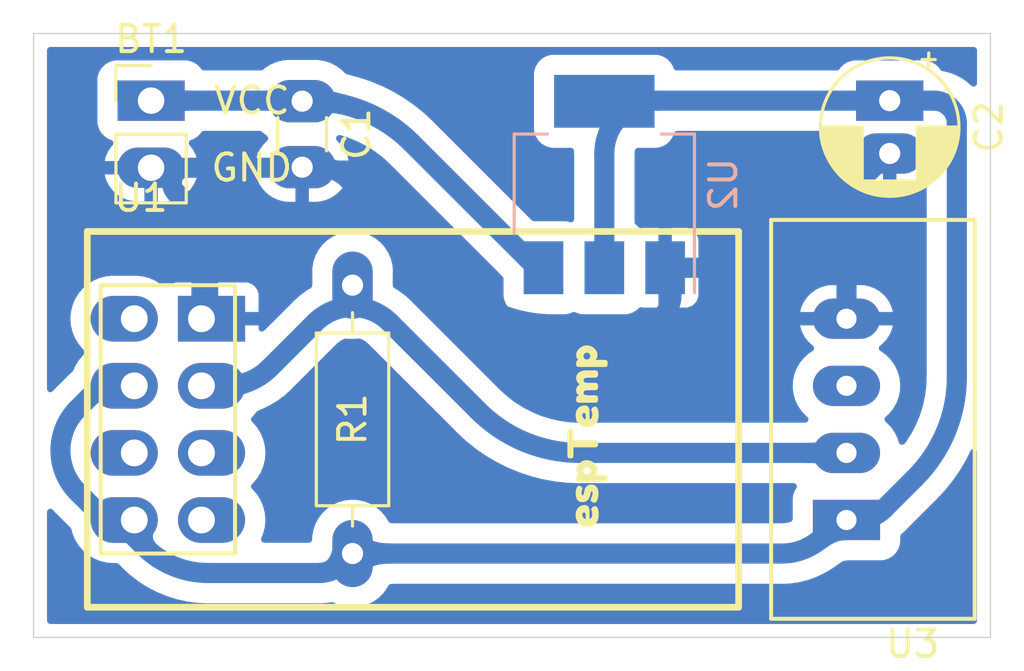
<source format=kicad_pcb>
(kicad_pcb (version 20211014) (generator pcbnew)
  (layers (0 "F.Cu" signal) (31 "B.Cu" signal) (34 "B.Paste" user) (35 "F.Paste" user) (36 "B.SilkS" user "B.Silkscreen") (37 "F.SilkS" user "F.Silkscreen") (38 "B.Mask" user) (39 "F.Mask" user) (44 "Edge.Cuts" user))
  (net 0 "")
  (net 1 "GND")
  (net 2 "+3V3")
  (net 7 "TempSignal")
  (net 9 "Net-(BT1-Pad1)")
  (footprint "My_Misc:R_Axial_DIN0207_L6.3mm_D2.5mm_P10.16mm_Horizontal_larger_pads" (layer "F.Cu") (at 146.05 93.98 90)
    (fp_text reference "R1" (at 5.08 0 90) (layer "F.SilkS"))
    (fp_text value "4.7k" hide)
    (fp_line (start 1.04 0) (end 1.81 0) (layer "F.SilkS") (width 0.12))
    (fp_line (start 8.35 1.37) (end 8.35 -1.37) (layer "F.SilkS") (width 0.12))
    (fp_line (start 9.12 0) (end 8.35 0) (layer "F.SilkS") (width 0.12))
    (fp_line (start 1.81 1.37) (end 8.35 1.37) (layer "F.SilkS") (width 0.12))
    (fp_line (start 1.81 -1.37) (end 1.81 1.37) (layer "F.SilkS") (width 0.12))
    (fp_line (start 8.35 -1.37) (end 1.81 -1.37) (layer "F.SilkS") (width 0.12))
    (pad "1" thru_hole oval (at 0 0 90) (size 2.54 1.524) (drill 0.8) (layers *.Cu *.Mask) (net 2 "+3V3"))
    (pad "2" thru_hole oval (at 10.16 0 90) (size 2.54 1.524) (drill 0.8) (layers *.Cu *.Mask) (net 7 "TempSignal"))
  )
  (footprint "My_Arduino:ESP-01_w_pin_socket_large" (layer "F.Cu") (at 137.795 85.09)
    (fp_text reference "U1" (at 0.254 -4.572) (layer "F.SilkS"))
    (fp_text value "ESP-01")
    (fp_line (start -1.778 10.922) (end -1.778 -3.302) (layer "F.SilkS") (width 0.254))
    (fp_line (start 22.86 10.922) (end -1.778 10.922) (layer "F.SilkS") (width 0.254))
    (fp_line (start 3.81 8.89) (end 3.81 -1.27) (layer "F.SilkS") (width 0.1524))
    (fp_line (start -1.778 -3.302) (end 22.86 -3.302) (layer "F.SilkS") (width 0.254))
    (fp_line (start -1.27 8.89) (end 3.81 8.89) (layer "F.SilkS") (width 0.1524))
    (fp_line (start -1.27 1.27) (end -1.27 8.89) (layer "F.SilkS") (width 0.1524))
    (fp_line (start 1.27 -1.27) (end -1.27 -1.27) (layer "F.SilkS") (width 0.1524))
    (fp_line (start 22.86 -3.302) (end 22.86 10.922) (layer "F.SilkS") (width 0.254))
    (fp_line (start -1.27 -1.27) (end -1.27 1.27) (layer "F.SilkS") (width 0.1524))
    (fp_line (start 3.81 -1.27) (end 1.27 -1.27) (layer "F.SilkS") (width 0.1524))
    (pad "1" thru_hole rect (at 2.54 0) (size 2.54 1.7272) (drill 1.016 (offset 0.381 0)) (layers *.Cu *.Mask) (net 1 "GND"))
    (pad "2" thru_hole oval (at 0 0) (size 2.54 1.7272) (drill 1.016 (offset -0.381 0)) (layers *.Cu *.Mask))
    (pad "3" thru_hole oval (at 2.54 2.54) (size 2.54 1.7272) (drill 1.016 (offset 0.381 0)) (layers *.Cu *.Mask) (net 7 "TempSignal"))
    (pad "4" thru_hole oval (at 0 2.54) (size 2.54 1.7272) (drill 1.016 (offset -0.381 0)) (layers *.Cu *.Mask) (net 2 "+3V3"))
    (pad "5" thru_hole oval (at 2.54 5.08) (size 2.54 1.7272) (drill 1.016 (offset 0.381 0)) (layers *.Cu *.Mask))
    (pad "6" thru_hole oval (at 0 5.08) (size 2.54 1.7272) (drill 1.016 (offset -0.381 0)) (layers *.Cu *.Mask))
    (pad "7" thru_hole oval (at 2.54 7.62) (size 2.54 1.7272) (drill 1.016 (offset 0.381 0)) (layers *.Cu *.Mask))
    (pad "8" thru_hole oval (at 0 7.62) (size 2.54 1.7272) (drill 1.016 (offset -0.381 0)) (layers *.Cu *.Mask) (net 2 "+3V3"))
  )
  (footprint "My_Parts:DHT22,RHT03,CM2303_100mil_large" (layer "F.Cu") (at 164.735 92.71 180)
    (fp_text reference "U3" (at -2.5 -4.69) (layer "F.SilkS"))
    (fp_text value "DHT22,CM2303" hide)
    (fp_line (start 2.85 11.36) (end -4.85 11.36) (layer "F.SilkS") (width 0.15))
    (fp_line (start -4.85 11.36) (end -4.85 -3.74) (layer "F.SilkS") (width 0.15))
    (fp_line (start 2.85 -3.74) (end 2.85 11.36) (layer "F.SilkS") (width 0.15))
    (fp_line (start -4.85 -3.74) (end 2.85 -3.74) (layer "F.SilkS") (width 0.15))
    (pad "1" thru_hole rect locked (at 0 0 180) (size 2.54 1.524) (drill 0.762) (layers *.Cu *.Mask) (net 2 "+3V3"))
    (pad "2" thru_hole oval locked (at 0 2.54 180) (size 2.54 1.524) (drill 0.762) (layers *.Cu *.Mask) (net 7 "TempSignal"))
    (pad "3" thru_hole oval locked (at 0 5.08 180) (size 2.54 1.524) (drill 0.762) (layers *.Cu *.Mask))
    (pad "4" thru_hole oval locked (at 0 7.62 180) (size 2.54 1.524) (drill 0.762) (layers *.Cu *.Mask) (net 1 "GND"))
  )
  (footprint "kibuzzard-62077BA3" (layer "F.Cu") (at 154.94 89.535 90)
    (fp_text reference "kibuzzard-62077BA3" hide)
    (fp_text value "G***" hide)
    (fp_poly (pts (xy -2.497931 0.327025) (xy -2.528094 0.2667) (xy -2.513013 0.214709) (xy -2.467769 0.141288) (xy -2.411413 0.1143) (xy -2.305844 0.153194) (xy -2.185194 0.192088) (xy -2.112566 0.182563) (xy -2.088356 0.153988) (xy -2.114947 0.127794) (xy -2.194719 0.109538) (xy -2.294334 0.083741) (xy -2.393156 0.034925) (xy -2.469356 -0.054769) (xy -2.491978 -0.121642) (xy -2.499519 -0.200025) (xy -2.485739 -0.290322) (xy -2.444401 -0.360553) (xy -2.375503 -0.410718) (xy -2.279047 -0.440817) (xy -2.155031 -0.45085) (xy -2.040731 -0.437356) (xy -1.923256 -0.396875) (xy -1.867694 -0.333375) (xy -1.902619 -0.239713) (xy -1.974056 -0.18415) (xy -2.0447 -0.207963) (xy -2.156619 -0.231775) (xy -2.250281 -0.19685) (xy -2.223294 -0.157559) (xy -2.142331 -0.134938) (xy -2.039144 -0.1143) (xy -1.939131 -0.074613) (xy -1.862138 0.002381) (xy -1.83892 0.064095) (xy -1.831181 0.1397) (xy -1.83892 0.216098) (xy -1.862138 0.280194) (xy -1.948656 0.366713) (xy -2.022122 0.394053) (xy -2.107053 0.410457) (xy -2.20345 0.415925) (xy -2.304256 0.406047) (xy -2.402417 0.376414) (xy -2.497931 0.327025)) (layer "F.SilkS") (width 0) (fill solid))
    (fp_poly (pts (xy -1.727994 0.62865) (xy -1.413669 -0.119063) (xy -1.450181 -0.0254) (xy -1.412875 0.067469) (xy -1.317625 0.109538) (xy -1.2192 0.068263) (xy -1.178719 -0.0254) (xy -1.216819 -0.119856) (xy -1.316038 -0.161925) (xy -1.413669 -0.119063) (xy -1.727994 0.62865) (xy -1.727994 -0.29845) (xy -1.725613 -0.352425) (xy -1.712119 -0.392113) (xy -1.674416 -0.424259) (xy -1.605756 -0.434975) (xy -1.49225 -0.413544) (xy -1.458119 -0.350838) (xy -1.38053 -0.41275) (xy -1.268413 -0.433388) (xy -1.183658 -0.419806) (xy -1.101901 -0.37906) (xy -1.023144 -0.31115) (xy -0.958762 -0.225249) (xy -0.920133 -0.130528) (xy -0.907256 -0.026988) (xy -0.920044 0.076553) (xy -0.958409 0.171274) (xy -1.02235 0.257175) (xy -1.100755 0.325085) (xy -1.182511 0.365831) (xy -1.267619 0.379413) (xy -1.379934 0.361156) (xy -1.456531 0.306388) (xy -1.456531 0.627063) (xy -1.458913 0.681038) (xy -1.4732 0.721519) (xy -1.513681 0.754063) (xy -1.591469 0.763588) (xy -1.67005 0.754063) (xy -1.711325 0.722313) (xy -1.725613 0.682625) (xy -1.727994 0.62865)) (layer "F.SilkS") (width 0) (fill solid))
    (fp_poly (pts (xy -0.727869 -0.763588) (xy 0.154781 -0.763588) (xy 0.229394 -0.751681) (xy 0.261144 -0.714375) (xy 0.269081 -0.6477) (xy 0.261144 -0.581819) (xy 0.234156 -0.547688) (xy 0.153194 -0.5334) (xy -0.150019 -0.5334) (xy -0.150019 0.265113) (xy -0.1524 0.319088) (xy -0.166688 0.359569) (xy -0.208756 0.392113) (xy -0.288131 0.401638) (xy -0.366713 0.392113) (xy -0.407988 0.359569) (xy -0.422275 0.318294) (xy -0.424656 0.263525) (xy -0.424656 -0.5334) (xy -0.729456 -0.5334) (xy -0.804069 -0.545306) (xy -0.835819 -0.582613) (xy -0.843756 -0.649288) (xy -0.835819 -0.715169) (xy -0.808831 -0.7493) (xy -0.727869 -0.763588)) (layer "F.SilkS") (width 0) (fill solid))
    (fp_poly (pts (xy 1.007269 0.074613) (xy 0.827881 -0.06985) (xy 0.888206 -0.12065) (xy 0.860425 -0.179388) (xy 0.78105 -0.201613) (xy 0.678656 -0.159544) (xy 0.627856 -0.06985) (xy 0.827881 -0.06985) (xy 1.007269 0.074613) (xy 0.631031 0.074613) (xy 0.683419 0.149225) (xy 0.788194 0.179388) (xy 0.870347 0.174625) (xy 0.932656 0.160338) (xy 0.950119 0.153988) (xy 1.013619 0.136525) (xy 1.100931 0.207963) (xy 1.121569 0.280988) (xy 1.100435 0.342801) (xy 1.037034 0.386953) (xy 0.931366 0.413445) (xy 0.783431 0.422275) (xy 0.672505 0.412155) (xy 0.574675 0.381794) (xy 0.493514 0.334764) (xy 0.432594 0.274638) (xy 0.377031 0.185561) (xy 0.343694 0.089782) (xy 0.332581 -0.0127) (xy 0.346957 -0.137142) (xy 0.390084 -0.243769) (xy 0.461963 -0.332581) (xy 0.55536 -0.399168) (xy 0.663046 -0.43912) (xy 0.785019 -0.452438) (xy 0.888008 -0.442714) (xy 0.976313 -0.413544) (xy 1.049933 -0.364927) (xy 1.108869 -0.296863) (xy 1.14935 -0.210542) (xy 1.162844 -0.116681) (xy 1.150739 -0.03175) (xy 1.114425 0.027781) (xy 1.007269 0.074613)) (layer "F.SilkS") (width 0) (fill solid))
    (fp_poly (pts (xy -2.763044 0.074613) (xy -2.942431 -0.06985) (xy -2.882106 -0.12065) (xy -2.909888 -0.179388) (xy -2.989263 -0.201613) (xy -3.091656 -0.159544) (xy -3.142456 -0.06985) (xy -2.942431 -0.06985) (xy -2.763044 0.074613) (xy -3.139281 0.074613) (xy -3.086894 0.149225) (xy -2.982119 0.179388) (xy -2.899966 0.174625) (xy -2.837656 0.160338) (xy -2.820194 0.153988) (xy -2.756694 0.136525) (xy -2.669381 0.207963) (xy -2.648744 0.280988) (xy -2.669877 0.342801) (xy -2.733278 0.386953) (xy -2.838946 0.413445) (xy -2.986881 0.422275) (xy -3.097808 0.412155) (xy -3.195638 0.381794) (xy -3.276798 0.334764) (xy -3.337719 0.274638) (xy -3.393281 0.185561) (xy -3.426619 0.089782) (xy -3.437731 -0.0127) (xy -3.423356 -0.137142) (xy -3.380228 -0.243769) (xy -3.30835 -0.332581) (xy -3.214952 -0.399168) (xy -3.107267 -0.43912) (xy -2.985294 -0.452438) (xy -2.882305 -0.442714) (xy -2.794 -0.413544) (xy -2.72038 -0.364927) (xy -2.661444 -0.296863) (xy -2.620963 -0.210542) (xy -2.607469 -0.116681) (xy -2.619573 -0.03175) (xy -2.655888 0.027781) (xy -2.763044 0.074613)) (layer "F.SilkS") (width 0) (fill solid))
    (fp_poly (pts (xy 1.539081 -0.32385) (xy 1.621234 -0.408384) (xy 1.718469 -0.436563) (xy 1.817247 -0.421217) (xy 1.89768 -0.375179) (xy 1.959769 -0.29845) (xy 2.001838 -0.348456) (xy 2.080419 -0.405606) (xy 2.191544 -0.436563) (xy 2.308225 -0.412155) (xy 2.404269 -0.338931) (xy 2.451894 -0.259644) (xy 2.480469 -0.151959) (xy 2.489994 -0.015875) (xy 2.489994 0.261938) (xy 2.487613 0.316706) (xy 2.472531 0.358775) (xy 2.431653 0.390922) (xy 2.350294 0.401638) (xy 2.269728 0.390525) (xy 2.228056 0.357188) (xy 2.214563 0.315119) (xy 2.212181 0.26035) (xy 2.212181 -0.017463) (xy 2.187575 -0.121047) (xy 2.113756 -0.155575) (xy 2.03835 -0.119063) (xy 2.018506 -0.015875) (xy 2.018506 0.261938) (xy 2.016125 0.3175) (xy 2.001044 0.358775) (xy 1.958975 0.390922) (xy 1.877219 0.401638) (xy 1.796653 0.390525) (xy 1.754981 0.357188) (xy 1.741488 0.315119) (xy 1.739106 0.26035) (xy 1.739106 -0.017463) (xy 1.7145 -0.121047) (xy 1.640681 -0.155575) (xy 1.569244 -0.121047) (xy 1.545431 -0.017463) (xy 1.545431 0.263525) (xy 1.54305 0.318294) (xy 1.527969 0.360363) (xy 1.485106 0.391319) (xy 1.404144 0.401638) (xy 1.323578 0.390922) (xy 1.281906 0.358775) (xy 1.268413 0.3175) (xy 1.266031 0.261938) (xy 1.266031 -0.296863) (xy 1.268413 -0.351631) (xy 1.283494 -0.392113) (xy 1.323578 -0.424259) (xy 1.396206 -0.434975) (xy 1.512094 -0.4064) (xy 1.539081 -0.32385)) (layer "F.SilkS") (width 0) (fill solid))
    (fp_poly (pts (xy 2.616994 0.62865) (xy 2.931319 -0.119063) (xy 2.894806 -0.0254) (xy 2.932113 0.067469) (xy 3.027363 0.109538) (xy 3.125788 0.068263) (xy 3.166269 -0.0254) (xy 3.128169 -0.119856) (xy 3.02895 -0.161925) (xy 2.931319 -0.119063) (xy 2.616994 0.62865) (xy 2.616994 -0.29845) (xy 2.619375 -0.352425) (xy 2.632869 -0.392113) (xy 2.670572 -0.424259) (xy 2.739231 -0.434975) (xy 2.852738 -0.413544) (xy 2.886869 -0.350838) (xy 2.964458 -0.41275) (xy 3.076575 -0.433388) (xy 3.16133 -0.419806) (xy 3.243086 -0.37906) (xy 3.321844 -0.31115) (xy 3.386226 -0.225249) (xy 3.424855 -0.130528) (xy 3.437731 -0.026988) (xy 3.424943 0.076553) (xy 3.386578 0.171274) (xy 3.322638 0.257175) (xy 3.244233 0.325085) (xy 3.162476 0.365831) (xy 3.077369 0.379413) (xy 2.965053 0.361156) (xy 2.888456 0.306388) (xy 2.888456 0.627063) (xy 2.886075 0.681038) (xy 2.871788 0.721519) (xy 2.831306 0.754063) (xy 2.753519 0.763588) (xy 2.674938 0.754063) (xy 2.633663 0.722313) (xy 2.619375 0.682625) (xy 2.616994 0.62865)) (layer "F.SilkS") (width 0) (fill solid))
  )
  (footprint "My_Misc:C_Disc_D3.0mm_W1.6mm_P2.50mm_larg" (layer "F.Cu") (at 144.145 76.855 -90)
    (fp_text reference "C1" (at 1.25 -2.05 90) (layer "F.SilkS"))
    (fp_text value "100n")
    (fp_line (start 0.621 -0.92) (end 1.879 -0.92) (layer "F.SilkS") (width 0.12))
    (fp_line (start 0.621 0.92) (end 1.879 0.92) (layer "F.SilkS") (width 0.12))
    (pad "1" thru_hole oval locked (at 0 0 270) (size 1.6 2.54) (drill 0.8) (layers *.Cu *.Mask) (net 9 "Net-(BT1-Pad1)"))
    (pad "2" thru_hole oval locked (at 2.5 0 270) (size 1.6 2.54) (drill 0.8) (layers *.Cu *.Mask) (net 1 "GND"))
  )
  (footprint "My_Misc:CP_Radial_D5.0mm_P2.00mm_larger" (layer "F.Cu") (at 166.37 76.835 -90)
    (fp_text reference "C2" (at 1 -3.75 90) (layer "F.SilkS"))
    (fp_text value "10u")
    (fp_line (start 1.721 -2.48) (end 1.721 -1.04) (layer "F.SilkS") (width 0.12))
    (fp_line (start 2.481 -2.122) (end 2.481 -1.04) (layer "F.SilkS") (width 0.12))
    (fp_line (start 1.841 -2.442) (end 1.841 -1.04) (layer "F.SilkS") (width 0.12))
    (fp_line (start 1.801 -2.455) (end 1.801 -1.04) (layer "F.SilkS") (width 0.12))
    (fp_line (start 2.001 1.04) (end 2.001 2.382) (layer "F.SilkS") (width 0.12))
    (fp_line (start 2.881 1.04) (end 2.881 1.785) (layer "F.SilkS") (width 0.12))
    (fp_line (start 3.241 -1.319) (end 3.241 1.319) (layer "F.SilkS") (width 0.12))
    (fp_line (start 1.48 1.04) (end 1.48 2.536) (layer "F.SilkS") (width 0.12))
    (fp_line (start 1.04 1.04) (end 1.04 2.58) (layer "F.SilkS") (width 0.12))
    (fp_line (start 1.68 1.04) (end 1.68 2.491) (layer "F.SilkS") (width 0.12))
    (fp_line (start 2.521 -2.095) (end 2.521 -1.04) (layer "F.SilkS") (width 0.12))
    (fp_line (start 2.801 -1.864) (end 2.801 -1.04) (layer "F.SilkS") (width 0.12))
    (fp_line (start 1.4 1.04) (end 1.4 2.55) (layer "F.SilkS") (width 0.12))
    (fp_line (start 3.561 -0.518) (end 3.561 0.518) (layer "F.SilkS") (width 0.12))
    (fp_line (start 1.48 -2.536) (end 1.48 -1.04) (layer "F.SilkS") (width 0.12))
    (fp_line (start 1.44 -2.543) (end 1.44 -1.04) (layer "F.SilkS") (width 0.12))
    (fp_line (start 3.201 -1.383) (end 3.201 1.383) (layer "F.SilkS") (width 0.12))
    (fp_line (start 2.681 -1.971) (end 2.681 -1.04) (layer "F.SilkS") (width 0.12))
    (fp_line (start 2.281 -2.247) (end 2.281 -1.04) (layer "F.SilkS") (width 0.12))
    (fp_line (start 1.961 -2.398) (end 1.961 -1.04) (layer "F.SilkS") (width 0.12))
    (fp_line (start 1.761 1.04) (end 1.761 2.468) (layer "F.SilkS") (width 0.12))
    (fp_line (start 1.961 1.04) (end 1.961 2.398) (layer "F.SilkS") (width 0.12))
    (fp_line (start 1.16 1.04) (end 1.16 2.576) (layer "F.SilkS") (width 0.12))
    (fp_line (start 1.12 -2.578) (end 1.12 -1.04) (layer "F.SilkS") (width 0.12))
    (fp_line (start 1.28 -2.565) (end 1.28 -1.04) (layer "F.SilkS") (width 0.12))
    (fp_line (start 2.441 1.04) (end 2.441 2.149) (layer "F.SilkS") (width 0.12))
    (fp_line (start 2.641 -2.004) (end 2.641 -1.04) (layer "F.SilkS") (width 0.12))
    (fp_line (start 1.32 -2.561) (end 1.32 -1.04) (layer "F.SilkS") (width 0.12))
    (fp_line (start 3.001 1.04) (end 3.001 1.653) (layer "F.SilkS") (width 0.12))
    (fp_line (start 2.361 1.04) (end 2.361 2.2) (layer "F.SilkS") (width 0.12))
    (fp_line (start 1.64 1.04) (end 1.64 2.501) (layer "F.SilkS") (width 0.12))
    (fp_line (start 1.6 -2.511) (end 1.6 -1.04) (layer "F.SilkS") (width 0.12))
    (fp_line (start 1.12 1.04) (end 1.12 2.578) (layer "F.SilkS") (width 0.12))
    (fp_line (start 2.321 -2.224) (end 2.321 -1.04) (layer "F.SilkS") (width 0.12))
    (fp_line (start 2.561 1.04) (end 2.561 2.065) (layer "F.SilkS") (width 0.12))
    (fp_line (start 2.401 1.04) (end 2.401 2.175) (layer "F.SilkS") (width 0.12))
    (fp_line (start 1.52 1.04) (end 1.52 2.528) (layer "F.SilkS") (width 0.12))
    (fp_line (start 1.32 1.04) (end 1.32 2.561) (layer "F.SilkS") (width 0.12))
    (fp_line (start 2.561 -2.065) (end 2.561 -1.04) (layer "F.SilkS") (width 0.12))
    (fp_line (start 3.161 -1.443) (end 3.161 1.443) (layer "F.SilkS") (width 0.12))
    (fp_line (start 2.481 1.04) (end 2.481 2.122) (layer "F.SilkS") (width 0.12))
    (fp_line (start 3.361 -1.098) (end 3.361 1.098) (layer "F.SilkS") (width 0.12))
    (fp_line (start 1.921 -2.414) (end 1.921 -1.04) (layer "F.SilkS") (width 0.12))
    (fp_line (start 2.041 1.04) (end 2.041 2.365) (layer "F.SilkS") (width 0.12))
    (fp_line (start 2.241 -2.268) (end 2.241 -1.04) (layer "F.SilkS") (width 0.12))
    (fp_line (start 2.721 1.04) (end 2.721 1.937) (layer "F.SilkS") (width 0.12))
    (fp_line (start 1.881 1.04) (end 1.881 2.428) (layer "F.SilkS") (width 0.12))
    (fp_line (start 3.281 -1.251) (end 3.281 1.251) (layer "F.SilkS") (width 0.12))
    (fp_line (start 1.08 -2.579) (end 1.08 -1.04) (layer "F.SilkS") (width 0.12))
    (fp_line (start 2.161 1.04) (end 2.161 2.31) (layer "F.SilkS") (width 0.12))
    (fp_line (start 2.441 -2.149) (end 2.441 -1.04) (layer "F.SilkS") (width 0.12))
    (fp_line (start 1.56 1.04) (end 1.56 2.52) (layer "F.SilkS") (width 0.12))
    (fp_line (start 2.121 -2.329) (end 2.121 -1.04) (layer "F.SilkS") (width 0.12))
    (fp_line (start 2.081 -2.348) (end 2.081 -1.04) (layer "F.SilkS") (width 0.12))
    (fp_line (start 2.801 1.04) (end 2.801 1.864) (layer "F.SilkS") (width 0.12))
    (fp_line (start 2.201 -2.29) (end 2.201 -1.04) (layer "F.SilkS") (width 0.12))
    (fp_line (start 1.841 1.04) (end 1.841 2.442) (layer "F.SilkS") (width 0.12))
    (fp_line (start 3.401 -1.011) (end 3.401 1.011) (layer "F.SilkS") (width 0.12))
    (fp_line (start 3.321 -1.178) (end 3.321 1.178) (layer "F.SilkS") (width 0.12))
    (fp_line (start 3.001 -1.653) (end 3.001 -1.04) (layer "F.SilkS") (width 0.12))
    (fp_line (start 2.641 1.04) (end 2.641 2.004) (layer "F.SilkS") (width 0.12))
    (fp_line (start 2.321 1.04) (end 2.321 2.224) (layer "F.SilkS") (width 0.12))
    (fp_line (start 1.6 1.04) (end 1.6 2.511) (layer "F.SilkS") (width 0.12))
    (fp_line (start 1.2 -2.573) (end 1.2 -1.04) (layer "F.SilkS") (width 0.12))
    (fp_line (start 2.281 1.04) (end 2.281 2.247) (layer "F.SilkS") (width 0.12))
    (fp_line (start 3.041 -1.605) (end 3.041 1.605) (layer "F.SilkS") (width 0.12))
    (fp_line (start 3.441 -0.915) (end 3.441 0.915) (layer "F.SilkS") (width 0.12))
    (fp_line (start 2.081 1.04) (end 2.081 2.348) (layer "F.SilkS") (width 0.12))
    (fp_line (start 2.721 -1.937) (end 2.721 -1.04) (layer "F.SilkS") (width 0.12))
    (fp_line (start 2.201 1.04) (end 2.201 2.29) (layer "F.SilkS") (width 0.12))
    (fp_line (start 2.761 -1.901) (end 2.761 -1.04) (layer "F.SilkS") (width 0.12))
    (fp_line (start 2.121 1.04) (end 2.121 2.329) (layer "F.SilkS") (width 0.12))
    (fp_line (start 2.921 1.04) (end 2.921 1.743) (layer "F.SilkS") (width 0.12))
    (fp_line (start 1 1.04) (end 1 2.58) (layer "F.SilkS") (width 0.12))
    (fp_line (start 1.44 1.04) (end 1.44 2.543) (layer "F.SilkS") (width 0.12))
    (fp_line (start 2.401 -2.175) (end 2.401 -1.04) (layer "F.SilkS") (width 0.12))
    (fp_line (start 1.801 1.04) (end 1.801 2.455) (layer "F.SilkS") (width 0.12))
    (fp_line (start 1.56 -2.52) (end 1.56 -1.04) (layer "F.SilkS") (width 0.12))
    (fp_line (start 1.2 1.04) (end 1.2 2.573) (layer "F.SilkS") (width 0.12))
    (fp_line (start 2.841 1.04) (end 2.841 1.826) (layer "F.SilkS") (width 0.12))
    (fp_line (start 3.081 -1.554) (end 3.081 1.554) (layer "F.SilkS") (width 0.12))
    (fp_line (start 1.68 -2.491) (end 1.68 -1.04) (layer "F.SilkS") (width 0.12))
    (fp_line (start 2.601 1.04) (end 2.601 2.035) (layer "F.SilkS") (width 0.12))
    (fp_line (start 1.08 1.04) (end 1.08 2.579) (layer "F.SilkS") (width 0.12))
    (fp_line (start 1.36 -2.556) (end 1.36 -1.04) (layer "F.SilkS") (width 0.12))
    (fp_line (start 2.761 1.04) (end 2.761 1.901) (layer "F.SilkS") (width 0.12))
    (fp_line (start 1.04 -2.58) (end 1.04 -1.04) (layer "F.SilkS") (width 0.12))
    (fp_line (start 2.601 -2.035) (end 2.601 -1.04) (layer "F.SilkS") (width 0.12))
    (fp_line (start 1 -2.58) (end 1 -1.04) (layer "F.SilkS") (width 0.12))
    (fp_line (start 3.601 -0.284) (end 3.601 0.284) (layer "F.SilkS") (width 0.12))
    (fp_line (start 1.52 -2.528) (end 1.52 -1.04) (layer "F.SilkS") (width 0.12))
    (fp_line (start 2.161 -2.31) (end 2.161 -1.04) (layer "F.SilkS") (width 0.12))
    (fp_line (start 2.961 -1.699) (end 2.961 -1.04) (layer "F.SilkS") (width 0.12))
    (fp_line (start 1.761 -2.468) (end 1.761 -1.04) (layer "F.SilkS") (width 0.12))
    (fp_line (start 1.28 1.04) (end 1.28 2.565) (layer "F.SilkS") (width 0.12))
    (fp_line (start 3.521 -0.677) (end 3.521 0.677) (layer "F.SilkS") (width 0.12))
    (fp_line (start 2.961 1.04) (end 2.961 1.699) (layer "F.SilkS") (width 0.12))
    (fp_line (start 2.041 -2.365) (end 2.041 -1.04) (layer "F.SilkS") (width 0.12))
    (fp_line (start 1.16 -2.576) (end 1.16 -1.04) (layer "F.SilkS") (width 0.12))
    (fp_line (start 2.521 1.04) (end 2.521 2.095) (layer "F.SilkS") (width 0.12))
    (fp_line (start 1.36 1.04) (end 1.36 2.556) (layer "F.SilkS") (width 0.12))
    (fp_line (start 2.881 -1.785) (end 2.881 -1.04) (layer "F.SilkS") (width 0.12))
    (fp_line (start 2.241 1.04) (end 2.241 2.268) (layer "F.SilkS") (width 0.12))
    (fp_line (start 3.481 -0.805) (end 3.481 0.805) (layer "F.SilkS") (width 0.12))
    (fp_line (start -1.804775 -1.475) (end -1.304775 -1.475) (layer "F.SilkS") (width 0.12))
    (fp_line (start 1.881 -2.428) (end 1.881 -1.04) (layer "F.SilkS") (width 0.12))
    (fp_line (start 1.64 -2.501) (end 1.64 -1.04) (layer "F.SilkS") (width 0.12))
    (fp_line (start 2.001 -2.382) (end 2.001 -1.04) (layer "F.SilkS") (width 0.12))
    (fp_line (start 1.24 -2.569) (end 1.24 -1.04) (layer "F.SilkS") (width 0.12))
    (fp_line (start 1.721 1.04) (end 1.721 2.48) (layer "F.SilkS") (width 0.12))
    (fp_line (start 2.921 -1.743) (end 2.921 -1.04) (layer "F.SilkS") (width 0.12))
    (fp_line (start 2.361 -2.2) (end 2.361 -1.04) (layer "F.SilkS") (width 0.12))
    (fp_line (start 1.921 1.04) (end 1.921 2.414) (layer "F.SilkS") (width 0.12))
    (fp_line (start 2.681 1.04) (end 2.681 1.971) (layer "F.SilkS") (width 0.12))
    (fp_line (start -1.554775 -1.725) (end -1.554775 -1.225) (layer "F.SilkS") (width 0.12))
    (fp_line (start 3.121 -1.5) (end 3.121 1.5) (layer "F.SilkS") (width 0.12))
    (fp_line (start 1.24 1.04) (end 1.24 2.569) (layer "F.SilkS") (width 0.12))
    (fp_line (start 2.841 -1.826) (end 2.841 -1.04) (layer "F.SilkS") (width 0.12))
    (fp_line (start 1.4 -2.55) (end 1.4 -1.04) (layer "F.SilkS") (width 0.12))
    (fp_circle (center 1 0) (end 3.62 0) (layer "F.SilkS") (width 0.12) (fill none))
    (pad "1" thru_hole rect (at 0 0 270) (size 1.524 2.54) (drill 0.8) (layers *.Cu *.Mask) (net 2 "+3V3"))
    (pad "2" thru_hole oval (at 2 0 270) (size 1.524 2.54) (drill 0.8) (layers *.Cu *.Mask) (net 1 "GND"))
  )
  (footprint "My_Headers:2-pin_power_input_header_larger_pads" (layer "F.Cu") (at 138.43 76.835)
    (fp_text reference "BT1" (at 0 -2.33) (layer "F.SilkS"))
    (fp_text value "3.6V" hide)
    (fp_text user "VCC" (at 3.81 0) (layer "F.SilkS"))
    (fp_text user "GND" (at 3.81 2.54) (layer "F.SilkS"))
    (fp_line (start -1.33 -1.33) (end 0 -1.33) (layer "F.SilkS") (width 0.12))
    (fp_line (start -1.33 1.27) (end -1.33 3.87) (layer "F.SilkS") (width 0.12))
    (fp_line (start -1.33 0) (end -1.33 -1.33) (layer "F.SilkS") (width 0.12))
    (fp_line (start 1.33 1.27) (end 1.33 3.87) (layer "F.SilkS") (width 0.12))
    (fp_line (start -1.33 3.87) (end 1.33 3.87) (layer "F.SilkS") (width 0.12))
    (fp_line (start -1.33 1.27) (end 1.33 1.27) (layer "F.SilkS") (width 0.12))
    (pad "1" thru_hole rect locked (at 0 0) (size 2.54 1.524) (drill 1) (layers *.Cu *.Mask) (net 9 "Net-(BT1-Pad1)"))
    (pad "2" thru_hole oval locked (at 0 2.54) (size 2.54 1.524) (drill 1) (layers *.Cu *.Mask) (net 1 "GND"))
  )
  (footprint "Package_TO_SOT_SMD:SOT-223-3_TabPin2" (layer "B.Cu") (at 155.575 80.01 90)
    (fp_text reference "U2" (at 0 4.5 90) (layer "B.SilkS") (effects (justify mirror)))
    (fp_text value "AMS1117-3.3")
    (fp_line (start 1.91 3.41) (end 1.91 2.15) (layer "B.SilkS") (width 0.12))
    (fp_line (start -1.85 -3.41) (end 1.91 -3.41) (layer "B.SilkS") (width 0.12))
    (fp_line (start 1.91 -3.41) (end 1.91 -2.15) (layer "B.SilkS") (width 0.12))
    (fp_line (start -4.1 3.41) (end 1.91 3.41) (layer "B.SilkS") (width 0.12))
    (pad "1" smd rect (at -3.15 2.3 90) (size 2 1.5) (layers "B.Cu" "B.Paste" "B.Mask") (net 1 "GND"))
    (pad "2" smd rect (at -3.15 0 90) (size 2 1.5) (layers "B.Cu" "B.Paste" "B.Mask") (net 2 "+3V3"))
    (pad "2" smd rect (at 3.15 0 90) (size 2 3.8) (layers "B.Cu" "B.Paste" "B.Mask") (net 2 "+3V3"))
    (pad "3" smd rect (at -3.15 -2.3 90) (size 2 1.5) (layers "B.Cu" "B.Paste" "B.Mask") (net 9 "Net-(BT1-Pad1)"))
  )
  (gr_line (start 133.985 97.155) (end 170.18 97.155) (layer "Edge.Cuts") (width 0.05))
  (gr_line (start 133.985 74.295) (end 133.985 97.155) (layer "Edge.Cuts") (width 0.05))
  (gr_line (start 170.18 74.295) (end 133.985 74.295) (layer "Edge.Cuts") (width 0.05))
  (gr_line (start 170.18 97.155) (end 170.18 74.295) (layer "Edge.Cuts") (width 0.05))
  (segment (start 165.2825 79.8275) (end 164.9175 80.1925) (width 0.762) (layer "B.Cu") (net 1))
  (segment (start 165.2825 79.8275) (end 166.37 78.74) (width 0.762) (layer "B.Cu") (net 1))
  (segment (start 149.788696 83.708718) (end 145.891054 79.811076) (width 0.762) (layer "B.Cu") (net 1))
  (segment (start 139.777038 79.375) (end 144.145 79.375) (width 0.762) (layer "B.Cu") (net 1))
  (segment (start 140.335 82.627038) (end 140.335 85.09) (width 0.762) (layer "B.Cu") (net 1))
  (segment (start 144.789989 79.355) (end 144.145 79.355) (width 0.762) (layer "B.Cu") (net 1))
  (segment (start 164.917499 80.192499) (end 165.2825 79.8275) (width 0.762) (layer "B.Cu") (net 1))
  (segment (start 158.115 84.197178) (end 158.115 83.185) (width 0.762) (layer "B.Cu") (net 1))
  (segment (start 159.9125 83.16) (end 157.875 83.16) (width 0.762) (layer "B.Cu") (net 1))
  (segment (start 164.917499 80.192499) (end 163.39073 81.719269) (width 0.762) (layer "B.Cu") (net 1))
  (segment (start 164.735 80.633093) (end 164.735 85.09) (width 0.762) (layer "B.Cu") (net 1))
  (segment (start 153.636452 85.302511) (end 157.009667 85.302511) (width 0.762) (layer "B.Cu") (net 1))
  (arc (start 139.777038 79.375) (mid 139.261548 79.719438) (end 139.3825 80.3275) (width 0.762) (layer "B.Cu") (net 1))
  (arc (start 139.3825 80.3275) (mid 140.087453 81.382537) (end 140.335 82.627038) (width 0.762) (layer "B.Cu") (net 1))
  (arc (start 164.9175 80.1925) (mid 164.78243 80.394645) (end 164.735 80.633093) (width 0.762) (layer "B.Cu") (net 1))
  (arc (start 164.9175 80.1925) (mid 164.917499 80.192499) (end 164.917499 80.192499) (width 0.762) (layer "B.Cu") (net 1))
  (arc (start 158.115 84.197178) (mid 158.030861 84.62017) (end 157.791255 84.978766) (width 0.762) (layer "B.Cu") (net 1))
  (arc (start 149.788696 83.708718) (mid 151.554061 84.888297) (end 153.636452 85.302511) (width 0.762) (layer "B.Cu") (net 1))
  (arc (start 145.891054 79.811076) (mid 145.385881 79.47353) (end 144.789989 79.355) (width 0.762) (layer "B.Cu") (net 1))
  (arc (start 157.791255 84.978766) (mid 157.432659 85.218372) (end 157.009667 85.302511) (width 0.762) (layer "B.Cu") (net 1))
  (arc (start 163.39073 81.719269) (mid 161.794904 82.785566) (end 159.9125 83.16) (width 0.762) (layer "B.Cu") (net 1))
  (segment (start 168.91 77.70221) (end 168.91 87.289935) (width 0.762) (layer "B.Cu") (net 2))
  (segment (start 137.16 87.63) (end 137.795 87.63) (width 0.762) (layer "B.Cu") (net 2))
  (segment (start 137.252759 92.71) (end 137.795 92.71) (width 0.762) (layer "B.Cu") (net 2))
  (segment (start 163.829999 93.344999) (end 164.015987 93.159012) (width 0.762) (layer "B.Cu") (net 2))
  (segment (start 162.296974 93.98) (end 146.570515 93.98) (width 0.762) (layer "B.Cu") (net 2))
  (segment (start 136.075986 88.079012) (end 135.654649 88.50035) (width 0.762) (layer "B.Cu") (net 2))
  (segment (start 138.16306 93.71306) (end 137.16 92.71) (width 0.762) (layer "B.Cu") (net 2))
  (segment (start 140.584661 94.71612) (end 144.793364 94.71612) (width 0.762) (layer "B.Cu") (net 2))
  (segment (start 166.184012 92.260987) (end 167.3225 91.1225) (width 0.762) (layer "B.Cu") (net 2))
  (segment (start 135.654649 91.654131) (end 136.327095 92.326577) (width 0.762) (layer "B.Cu") (net 2))
  (segment (start 167.386 76.835) (end 168.042789 76.835) (width 0.762) (layer "B.Cu") (net 2))
  (segment (start 165.354 76.835) (end 157.574998 76.835) (width 0.762) (layer "B.Cu") (net 2))
  (segment (start 167.386 76.835) (end 165.354 76.835) (width 0.762) (layer "B.Cu") (net 2))
  (segment (start 155.575 78.834998) (end 155.575 83.16) (width 0.762) (layer "B.Cu") (net 2))
  (arc (start 168.656 77.089) (mid 168.374656 76.901012) (end 168.042789 76.835) (width 0.762) (layer "B.Cu") (net 2))
  (arc (start 166.184012 92.260987) (mid 165.686663 92.593305) (end 165.1 92.71) (width 0.762) (layer "B.Cu") (net 2))
  (arc (start 168.656 77.089) (mid 168.843987 77.370343) (end 168.91 77.70221) (width 0.762) (layer "B.Cu") (net 2))
  (arc (start 163.829999 93.344999) (mid 163.126641 93.814968) (end 162.296974 93.98) (width 0.762) (layer "B.Cu") (net 2))
  (arc (start 168.91 87.289935) (mid 168.497422 89.364104) (end 167.3225 91.1225) (width 0.762) (layer "B.Cu") (net 2))
  (arc (start 146.570515 93.98) (mid 146.089621 94.075655) (end 145.68194 94.34806) (width 0.762) (layer "B.Cu") (net 2))
  (arc (start 137.16 87.63) (mid 136.573336 87.746694) (end 136.075986 88.079012) (width 0.762) (layer "B.Cu") (net 2))
  (arc (start 135.654649 88.50035) (mid 135.171233 89.223833) (end 135.00148 90.077241) (width 0.762) (layer "B.Cu") (net 2))
  (arc (start 136.327095 92.326577) (mid 136.751793 92.610351) (end 137.252759 92.71) (width 0.762) (layer "B.Cu") (net 2))
  (arc (start 138.16306 93.71306) (mid 139.274099 94.455433) (end 140.584661 94.71612) (width 0.762) (layer "B.Cu") (net 2))
  (arc (start 165.1 92.71) (mid 164.513336 92.826694) (end 164.015987 93.159012) (width 0.762) (layer "B.Cu") (net 2))
  (arc (start 145.68194 94.34806) (mid 145.274257 94.620464) (end 144.793364 94.71612) (width 0.762) (layer "B.Cu") (net 2))
  (arc (start 135.00148 90.077241) (mid 135.171233 90.930647) (end 135.654649 91.654131) (width 0.762) (layer "B.Cu") (net 2))
  (arc (start 157.574998 76.835) (mid 156.160785 77.420785) (end 155.575 78.834998) (width 0.762) (layer "B.Cu") (net 2))
  (segment (start 141.2875 87.63) (end 140.335 87.63) (width 0.762) (layer "B.Cu") (net 7))
  (segment (start 154.653963 90.17) (end 164.735 90.17) (width 0.762) (layer "B.Cu") (net 7))
  (segment (start 150.806207 88.576207) (end 147.464212 85.234212) (width 0.762) (layer "B.Cu") (net 7))
  (segment (start 142.913519 86.95648) (end 144.635787 85.234212) (width 0.762) (layer "B.Cu") (net 7))
  (arc (start 150.806207 88.576207) (mid 152.571572 89.755786) (end 154.653963 90.17) (width 0.762) (layer "B.Cu") (net 7))
  (arc (start 147.464212 85.234212) (mid 146.049999 84.648426) (end 144.635787 85.234212) (width 0.762) (layer "B.Cu") (net 7))
  (arc (start 142.913519 86.95648) (mid 142.167495 87.454957) (end 141.2875 87.63) (width 0.762) (layer "B.Cu") (net 7))
  (segment (start 148.278792 78.428792) (end 153.035 83.185) (width 0.762) (layer "B.Cu") (net 9))
  (segment (start 144.431036 76.835) (end 138.43 76.835) (width 0.762) (layer "B.Cu") (net 9))
  (arc (start 148.278792 78.428792) (mid 146.513426 77.249213) (end 144.431036 76.835) (width 0.762) (layer "B.Cu") (net 9))
  (zone (net 9) (net_name "Net-(BT1-Pad1)") (layer "B.Cu") (priority 16962) (connect_pads yes (clearance 0)) (min_thickness 0.0254) (fill yes (thermal_gap 0.508) (thermal_bridge_width 0.508))
    (polygon (pts (xy 145.829646 76.624469) (xy 145.640661 76.576988) (xy 145.479116 76.534497) (xy 145.339473 76.495069) (xy 145.216191 76.456779) (xy 145.103732 76.4177) (xy 144.996556 76.375906) (xy 144.889123 76.329472) (xy 144.775896 76.276472) (xy 144.651333 76.214978) (xy 144.509897 76.143067) (xy 143.745103 76.845959) (xy 144.477348 77.582698) (xy 144.600862 77.524144) (xy 144.711606 77.46949) (xy 144.813819 77.420332) (xy 144.911743 77.378266) (xy 145.009615 77.344888) (xy 145.111677 77.321792) (xy 145.222167 77.310575) (xy 145.345326 77.312833) (xy 145.485393 77.330162) (xy 145.646608 77.364157)))
  )
  (zone (net 0) (net_name "") (layer "B.Cu") (connect_pads (clearance 0.508)) (min_thickness 0.254) (fill yes (thermal_gap 0.508) (thermal_bridge_width 0.508))
    (polygon (pts (xy 171.45 98.425) (xy 132.715 98.425) (xy 132.715 73.025) (xy 171.45 73.025)))
  )
  (zone (net 2) (net_name "+3V3") (layer "B.Cu") (priority 16962) (connect_pads yes (clearance 0)) (min_thickness 0.0254) (fill yes (thermal_gap 0.508) (thermal_bridge_width 0.508))
    (polygon (pts (xy 165.8974 92.008428) (xy 165.800056 92.088599) (xy 165.707118 92.139998) (xy 165.617353 92.166552) (xy 165.529529 92.172188) (xy 165.442414 92.16083) (xy 165.354775 92.136405) (xy 165.265381 92.10284) (xy 165.172999 92.064061) (xy 165.076397 92.023994) (xy 164.974344 91.986565) (xy 164.357291 92.759964) (xy 165.262444 93.259951) (xy 165.377007 93.161646) (xy 165.486809 93.087746) (xy 165.593775 93.031442) (xy 165.699829 92.985931) (xy 165.806898 92.944406) (xy 165.916906 92.900062) (xy 166.031779 92.846092) (xy 166.153443 92.775692) (xy 166.283823 92.682056) (xy 166.424844 92.558378)))
  )
  (zone (net 2) (net_name "+3V3") (layer "B.Cu") (priority 16962) (connect_pads yes (clearance 0)) (min_thickness 0.0254) (fill yes (thermal_gap 0.508) (thermal_bridge_width 0.508))
    (polygon (pts (xy 135.933635 92.471931) (xy 136.086665 92.613706) (xy 136.226794 92.723284) (xy 136.356528 92.807996) (xy 136.478377 92.875176) (xy 136.594849 92.932154) (xy 136.708452 92.986264) (xy 136.821695 93.044837) (xy 136.937085 93.115205) (xy 137.057132 93.204701) (xy 137.184343 93.320657) (xy 138.223333 92.764604) (xy 137.519876 91.891397) (xy 137.401431 91.935886) (xy 137.289883 91.983959) (xy 137.183787 92.030914) (xy 137.081699 92.072045) (xy 136.982174 92.102648) (xy 136.883769 92.11802) (xy 136.785038 92.113457) (xy 136.684537 92.084255) (xy 136.580822 92.025709) (xy 136.472449 91.933117)))
  )
  (zone (net 2) (net_name "+3V3") (layer "B.Cu") (priority 16962) (connect_pads yes (clearance 0)) (min_thickness 0.0254) (fill yes (thermal_gap 0.508) (thermal_bridge_width 0.508))
    (polygon (pts (xy 144.768317 95.09712) (xy 144.951431 95.087176) (xy 145.105895 95.060187) (xy 145.237873 95.020414) (xy 145.35353 94.972117) (xy 145.459032 94.91956) (xy 145.560544 94.867002) (xy 145.664231 94.818705) (xy 145.77626 94.778932) (xy 145.902794 94.751943) (xy 146.05 94.742) (xy 146.344479 93.738251) (xy 145.35813 93.66069) (xy 145.317217 93.758645) (xy 145.282127 93.855783) (xy 145.24917 93.949867) (xy 145.214656 94.038661) (xy 145.174898 94.119929) (xy 145.126206 94.191435) (xy 145.064891 94.250943) (xy 144.987263 94.296217) (xy 144.889635 94.325021) (xy 144.768317 94.33512)))
  )
  (zone (net 9) (net_name "Net-(BT1-Pad1)") (layer "B.Cu") (priority 16962) (connect_pads yes (clearance 0)) (min_thickness 0.0254) (fill yes (thermal_gap 0.508) (thermal_bridge_width 0.508))
    (polygon (pts (xy 139.952 76.454) (xy 139.781387 76.451247) (xy 139.634876 76.442859) (xy 139.507729 76.428638) (xy 139.395212 76.408387) (xy 139.292589 76.381908) (xy 139.195125 76.349005) (xy 139.098084 76.309479) (xy 138.996731 76.263135) (xy 138.886331 76.209774) (xy 138.762148 76.1492) (xy 138.049 76.835) (xy 138.762148 77.5208) (xy 138.886331 77.460225) (xy 138.996731 77.406864) (xy 139.098084 77.36052) (xy 139.195125 77.320994) (xy 139.292589 77.288091) (xy 139.395212 77.261612) (xy 139.507729 77.241361) (xy 139.634876 77.22714) (xy 139.781387 77.218752) (xy 139.952 77.216)))
  )
  (zone (net 9) (net_name "Net-(BT1-Pad1)") (layer "B.Cu") (priority 16962) (connect_pads yes (clearance 0)) (min_thickness 0.0254) (fill yes (thermal_gap 0.508) (thermal_bridge_width 0.508))
    (polygon (pts (xy 142.841036 77.216) (xy 142.977622 77.220558) (xy 143.093446 77.23374) (xy 143.192637 77.254803) (xy 143.279322 77.283005) (xy 143.35763 77.317605) (xy 143.431689 77.35786) (xy 143.505629 77.40303) (xy 143.583577 77.452372) (xy 143.669662 77.505144) (xy 143.768012 77.560605) (xy 144.544685 76.870861) (xy 143.825114 76.121739) (xy 143.717997 76.171868) (xy 143.624739 76.220809) (xy 143.540868 76.267599) (xy 143.461913 76.311274) (xy 143.383403 76.350872) (xy 143.300866 76.38543) (xy 143.209832 76.413985) (xy 143.10583 76.435573) (xy 142.984388 76.449232) (xy 142.841036 76.454)))
  )
  (zone (net 7) (net_name "TempSignal") (layer "B.Cu") (priority 16962) (connect_pads yes (clearance 0)) (min_thickness 0.0254) (fill yes (thermal_gap 0.508) (thermal_bridge_width 0.508))
    (polygon (pts (xy 163.213 90.551) (xy 163.383612 90.553752) (xy 163.530123 90.56214) (xy 163.65727 90.576361) (xy 163.769787 90.596612) (xy 163.87241 90.623091) (xy 163.969874 90.655994) (xy 164.066915 90.69552) (xy 164.168268 90.741864) (xy 164.278668 90.795225) (xy 164.402852 90.8558) (xy 165.116 90.17) (xy 164.402852 89.4842) (xy 164.278668 89.544774) (xy 164.168268 89.598135) (xy 164.066915 89.644479) (xy 163.969874 89.684005) (xy 163.87241 89.716908) (xy 163.769787 89.743387) (xy 163.65727 89.763638) (xy 163.530123 89.777859) (xy 163.383612 89.786247) (xy 163.213 89.789)))
  )
  (zone (net 2) (net_name "+3V3") (layer "B.Cu") (priority 16962) (connect_pads yes (clearance 0)) (min_thickness 0.0254) (fill yes (thermal_gap 0.508) (thermal_bridge_width 0.508))
    (polygon (pts (xy 139.037518 93.912586) (xy 138.922056 93.842158) (xy 138.816567 93.771828) (xy 138.72291 93.700826) (xy 138.642946 93.628382) (xy 138.578534 93.553729) (xy 138.531534 93.476097) (xy 138.503806 93.394717) (xy 138.49721 93.30882) (xy 138.513605 93.217637) (xy 138.554852 93.1204) (xy 137.814074 92.278622) (xy 137.356007 93.4537) (xy 137.519139 93.559827) (xy 137.651897 93.66488) (xy 137.76286 93.769711) (xy 137.860611 93.87517) (xy 137.953729 93.982109) (xy 138.050796 94.091379) (xy 138.160393 94.203831) (xy 138.2911 94.320316) (xy 138.451499 94.441686) (xy 138.650172 94.568792)))
  )
  (zone (net 2) (net_name "+3V3") (layer "B.Cu") (priority 16962) (connect_pads yes (clearance 0)) (min_thickness 0.0254) (fill yes (thermal_gap 0.508) (thermal_bridge_width 0.508))
    (polygon (pts (xy 163.368673 94.124758) (xy 163.558861 94.028844) (xy 163.719022 93.93467) (xy 163.856049 93.844135) (xy 163.976834 93.75914) (xy 164.08827 93.681585) (xy 164.197249 93.61337) (xy 164.310664 93.556395) (xy 164.435408 93.51256) (xy 164.578374 93.483766) (xy 164.746454 93.471913) (xy 165.075364 92.538791) (xy 164.1301 92.246601) (xy 164.024557 92.394623) (xy 163.937529 92.533423) (xy 163.861853 92.664012) (xy 163.790367 92.787405) (xy 163.715908 92.904614) (xy 163.631312 93.016654) (xy 163.529416 93.124537) (xy 163.403058 93.229276) (xy 163.245075 93.331885) (xy 163.048305 93.433378)))
  )
  (zone (net 1) (net_name "GND") (layer "B.Cu") (connect_pads (clearance 0.508)) (min_thickness 0.254) (fill yes (thermal_gap 0.508) (thermal_bridge_width 0.508))
    (polygon (pts (xy 170.815 97.79) (xy 133.35 97.79) (xy 133.35 73.66) (xy 170.815 73.66)))
  )
  (zone (net 2) (net_name "+3V3") (layer "B.Cu") (priority 16962) (connect_pads yes (clearance 0)) (min_thickness 0.0254) (fill yes (thermal_gap 0.508) (thermal_bridge_width 0.508))
    (polygon (pts (xy 147.582515 93.599) (xy 147.410469 93.596295) (xy 147.262693 93.58803) (xy 147.13442 93.573974) (xy 147.020881 93.553899) (xy 146.917312 93.527574) (xy 146.818944 93.494772) (xy 146.72101 93.455263) (xy 146.618744 93.408817) (xy 146.507379 93.355206) (xy 146.382148 93.2942) (xy 145.669 93.98) (xy 146.382148 94.6658) (xy 146.507379 94.604793) (xy 146.618744 94.551182) (xy 146.72101 94.504736) (xy 146.818944 94.465227) (xy 146.917312 94.432425) (xy 147.020881 94.4061) (xy 147.13442 94.386025) (xy 147.262693 94.371969) (xy 147.410469 94.363704) (xy 147.582515 94.361)))
  )
  (zone (net 2) (net_name "+3V3") (layer "B.Cu") (priority 16962) (connect_pads yes (clearance 0)) (min_thickness 0.0254) (fill yes (thermal_gap 0.508) (thermal_bridge_width 0.508))
    (polygon (pts (xy 136.400478 88.29684) (xy 136.518821 88.209148) (xy 136.629793 88.157752) (xy 136.735287 88.137488) (xy 136.837197 88.143198) (xy 136.937415 88.169719) (xy 137.037836 88.21189) (xy 137.140351 88.264552) (xy 137.246856 88.322543) (xy 137.359243 88.380702) (xy 137.479406 88.433868) (xy 138.225523 87.596819) (xy 137.225624 86.980682) (xy 137.08978 87.088016) (xy 136.962138 87.167958) (xy 136.839879 87.228028) (xy 136.720184 87.275749) (xy 136.600237 87.31864) (xy 136.47722 87.364224) (xy 136.348314 87.420022) (xy 136.210702 87.493555) (xy 136.061566 87.592344) (xy 135.898088 87.723912)))
  )
  (zone (net 7) (net_name "TempSignal") (layer "B.Cu") (priority 16962) (connect_pads yes (clearance 0)) (min_thickness 0.0254) (fill yes (thermal_gap 0.508) (thermal_bridge_width 0.508))
    (polygon (pts (xy 141.991194 87.115296) (xy 141.820727 87.172477) (xy 141.671087 87.202437) (xy 141.538006 87.208431) (xy 141.417214 87.193713) (xy 141.304441 87.161539) (xy 141.195417 87.115165) (xy 141.085874 87.057844) (xy 140.971542 86.992833) (xy 140.848152 86.923387) (xy 140.711434 86.85276) (xy 139.9032 87.63) (xy 140.711434 88.40724) (xy 140.883646 88.32677) (xy 141.035444 88.261522) (xy 141.173125 88.207633) (xy 141.302989 88.161243) (xy 141.431332 88.118492) (xy 141.564454 88.075518) (xy 141.708653 88.028461) (xy 141.870225 87.973461) (xy 142.055471 87.906656) (xy 142.270688 87.824186)))
  )
)
</source>
